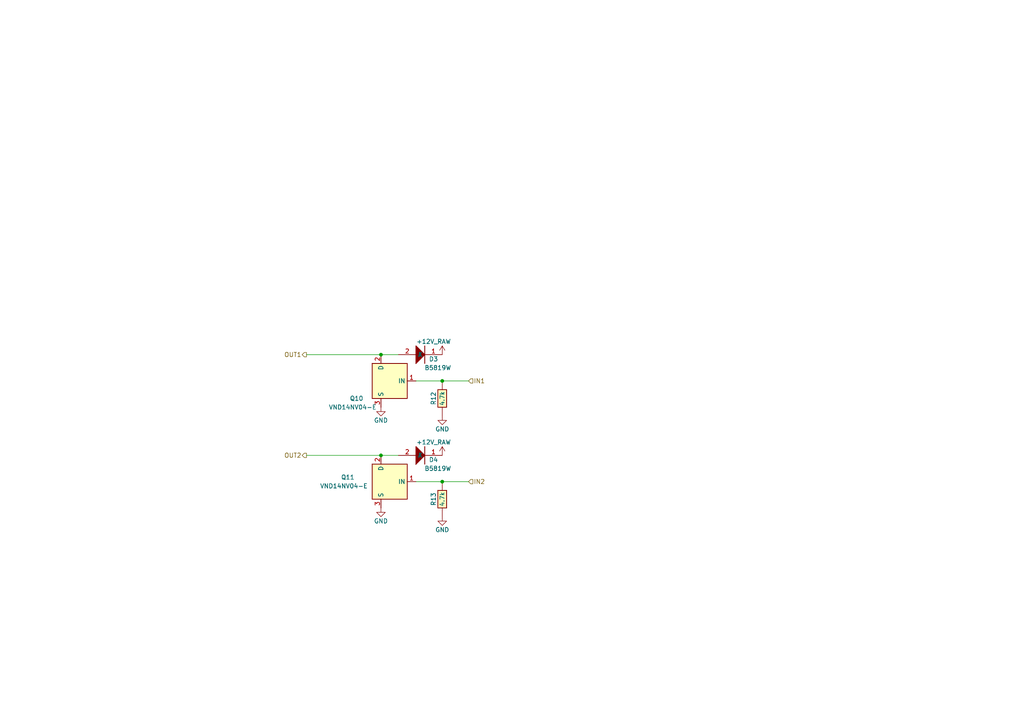
<source format=kicad_sch>
(kicad_sch
	(version 20231120)
	(generator "eeschema")
	(generator_version "8.0")
	(uuid "c440f0c6-6d8f-4b08-9e0a-b11109c002ae")
	(paper "A4")
	(lib_symbols
		(symbol "Power_Management:AUIPS2041L"
			(exclude_from_sim no)
			(in_bom yes)
			(on_board yes)
			(property "Reference" "U"
				(at 3.81 1.27 0)
				(effects
					(font
						(size 1.27 1.27)
					)
					(justify left)
				)
			)
			(property "Value" "AUIPS2041L"
				(at 3.81 -1.27 0)
				(effects
					(font
						(size 1.27 1.27)
					)
					(justify left)
				)
			)
			(property "Footprint" "Package_TO_SOT_SMD:SOT-223-3_TabPin2"
				(at 0 0 0)
				(effects
					(font
						(size 1.27 1.27)
						(italic yes)
					)
					(hide yes)
				)
			)
			(property "Datasheet" "https://www.infineon.com/dgdl/Infineon-AUIPS2041-DS-v01_00-EN.pdf?fileId=5546d4625a888733015aae147a9d4c57"
				(at 0 0 0)
				(effects
					(font
						(size 1.27 1.27)
					)
					(hide yes)
				)
			)
			(property "Description" "Intelligent Power Low Side Switch, 68V, 5A, SOT-223"
				(at 0 0 0)
				(effects
					(font
						(size 1.27 1.27)
					)
					(hide yes)
				)
			)
			(property "ki_keywords" "low side switch"
				(at 0 0 0)
				(effects
					(font
						(size 1.27 1.27)
					)
					(hide yes)
				)
			)
			(property "ki_fp_filters" "SOT?223*"
				(at 0 0 0)
				(effects
					(font
						(size 1.27 1.27)
					)
					(hide yes)
				)
			)
			(symbol "AUIPS2041L_0_1"
				(rectangle
					(start -7.62 5.08)
					(end 2.54 -5.08)
					(stroke
						(width 0.254)
						(type default)
					)
					(fill
						(type background)
					)
				)
			)
			(symbol "AUIPS2041L_1_1"
				(pin input line
					(at -10.16 0 0)
					(length 2.54)
					(name "IN"
						(effects
							(font
								(size 1.27 1.27)
							)
						)
					)
					(number "1"
						(effects
							(font
								(size 1.27 1.27)
							)
						)
					)
				)
				(pin passive line
					(at 0 7.62 270)
					(length 2.54)
					(name "D"
						(effects
							(font
								(size 1.27 1.27)
							)
						)
					)
					(number "2"
						(effects
							(font
								(size 1.27 1.27)
							)
						)
					)
				)
				(pin power_in line
					(at 0 -7.62 90)
					(length 2.54)
					(name "S"
						(effects
							(font
								(size 1.27 1.27)
							)
						)
					)
					(number "3"
						(effects
							(font
								(size 1.27 1.27)
							)
						)
					)
				)
			)
		)
		(symbol "hellen-one-common:+12V_RAW"
			(power)
			(pin_names
				(offset 0)
			)
			(exclude_from_sim no)
			(in_bom yes)
			(on_board yes)
			(property "Reference" "#PWR"
				(at 0 -3.81 0)
				(effects
					(font
						(size 1.27 1.27)
					)
					(hide yes)
				)
			)
			(property "Value" "+12V_RAW"
				(at 0 3.556 0)
				(effects
					(font
						(size 1.27 1.27)
					)
				)
			)
			(property "Footprint" ""
				(at 0 0 0)
				(effects
					(font
						(size 1.27 1.27)
					)
					(hide yes)
				)
			)
			(property "Datasheet" ""
				(at 0 0 0)
				(effects
					(font
						(size 1.27 1.27)
					)
					(hide yes)
				)
			)
			(property "Description" "Power symbol creates a global label with name \"+12V_RAW\""
				(at 0 0 0)
				(effects
					(font
						(size 1.27 1.27)
					)
					(hide yes)
				)
			)
			(property "ki_keywords" "power-flag"
				(at 0 0 0)
				(effects
					(font
						(size 1.27 1.27)
					)
					(hide yes)
				)
			)
			(symbol "+12V_RAW_0_1"
				(polyline
					(pts
						(xy -0.762 1.27) (xy 0 2.54)
					)
					(stroke
						(width 0)
						(type default)
					)
					(fill
						(type none)
					)
				)
				(polyline
					(pts
						(xy 0 0) (xy 0 2.54)
					)
					(stroke
						(width 0)
						(type default)
					)
					(fill
						(type none)
					)
				)
				(polyline
					(pts
						(xy 0 2.54) (xy 0.762 1.27)
					)
					(stroke
						(width 0)
						(type default)
					)
					(fill
						(type none)
					)
				)
			)
			(symbol "+12V_RAW_1_1"
				(pin power_in line
					(at 0 0 90)
					(length 0) hide
					(name "+12V_RAW"
						(effects
							(font
								(size 1.27 1.27)
							)
						)
					)
					(number "1"
						(effects
							(font
								(size 1.27 1.27)
							)
						)
					)
				)
			)
		)
		(symbol "hellen-one-common:1N4148WS"
			(exclude_from_sim no)
			(in_bom yes)
			(on_board yes)
			(property "Reference" "D"
				(at 0 2.54 0)
				(effects
					(font
						(size 1.27 1.27)
					)
				)
			)
			(property "Value" "1N4148WS"
				(at 0 -3.81 0)
				(effects
					(font
						(size 1.27 1.27)
					)
				)
			)
			(property "Footprint" "hellen-one-common:SOD-323"
				(at 2.54 -6.35 0)
				(effects
					(font
						(size 1.27 1.27)
					)
					(hide yes)
				)
			)
			(property "Datasheet" ""
				(at 0 2.54 0)
				(effects
					(font
						(size 1.27 1.27)
					)
					(hide yes)
				)
			)
			(property "Description" ""
				(at 0 0 0)
				(effects
					(font
						(size 1.27 1.27)
					)
					(hide yes)
				)
			)
			(property "LCSC" "C2128"
				(at 0 0 0)
				(effects
					(font
						(size 1.27 1.27)
					)
					(hide yes)
				)
			)
			(symbol "1N4148WS_1_0"
				(polyline
					(pts
						(xy 2.54 2.54) (xy 2.54 -2.54)
					)
					(stroke
						(width 0.254)
						(type default)
					)
					(fill
						(type none)
					)
				)
				(polyline
					(pts
						(xy 0 -2.54) (xy 2.54 0) (xy 0 2.54) (xy 0 -2.54)
					)
					(stroke
						(width 0.254)
						(type default)
					)
					(fill
						(type outline)
					)
				)
				(pin passive line
					(at 7.62 0 180)
					(length 5.08)
					(name "K"
						(effects
							(font
								(size 1.27 1.27)
							)
						)
					)
					(number "1"
						(effects
							(font
								(size 1.27 1.27)
							)
						)
					)
				)
				(pin passive line
					(at -5.08 0 0)
					(length 5.08)
					(name "A"
						(effects
							(font
								(size 1.27 1.27)
							)
						)
					)
					(number "2"
						(effects
							(font
								(size 1.27 1.27)
							)
						)
					)
				)
			)
		)
		(symbol "hellen-one-common:Res"
			(pin_numbers hide)
			(exclude_from_sim no)
			(in_bom yes)
			(on_board yes)
			(property "Reference" "R"
				(at 3.81 2.54 0)
				(effects
					(font
						(size 1.27 1.27)
					)
				)
			)
			(property "Value" "Res"
				(at 5.08 -2.54 0)
				(effects
					(font
						(size 1.27 1.27)
					)
				)
			)
			(property "Footprint" "hellen-one-common:R0603"
				(at 3.81 -3.81 0)
				(effects
					(font
						(size 1.27 1.27)
					)
					(hide yes)
				)
			)
			(property "Datasheet" ""
				(at 0 0 0)
				(effects
					(font
						(size 1.27 1.27)
					)
					(hide yes)
				)
			)
			(property "Description" "Resistor"
				(at 0 0 0)
				(effects
					(font
						(size 1.27 1.27)
					)
					(hide yes)
				)
			)
			(property "LCSC" ""
				(at 0 0 0)
				(effects
					(font
						(size 1.27 1.27)
					)
				)
			)
			(symbol "Res_1_0"
				(rectangle
					(start 2.54 -1.27)
					(end 7.62 1.27)
					(stroke
						(width 0.254)
						(type default)
					)
					(fill
						(type background)
					)
				)
				(pin passive line
					(at 0 0 0)
					(length 2.54)
					(name ""
						(effects
							(font
								(size 1.27 1.27)
							)
						)
					)
					(number "1"
						(effects
							(font
								(size 1.27 1.27)
							)
						)
					)
				)
				(pin passive line
					(at 10.16 0 180)
					(length 2.54)
					(name ""
						(effects
							(font
								(size 1.27 1.27)
							)
						)
					)
					(number "2"
						(effects
							(font
								(size 1.27 1.27)
							)
						)
					)
				)
			)
		)
		(symbol "power:GND"
			(power)
			(pin_names
				(offset 0)
			)
			(exclude_from_sim no)
			(in_bom yes)
			(on_board yes)
			(property "Reference" "#PWR"
				(at 0 -6.35 0)
				(effects
					(font
						(size 1.27 1.27)
					)
					(hide yes)
				)
			)
			(property "Value" "GND"
				(at 0 -3.81 0)
				(effects
					(font
						(size 1.27 1.27)
					)
				)
			)
			(property "Footprint" ""
				(at 0 0 0)
				(effects
					(font
						(size 1.27 1.27)
					)
					(hide yes)
				)
			)
			(property "Datasheet" ""
				(at 0 0 0)
				(effects
					(font
						(size 1.27 1.27)
					)
					(hide yes)
				)
			)
			(property "Description" "Power symbol creates a global label with name \"GND\" , ground"
				(at 0 0 0)
				(effects
					(font
						(size 1.27 1.27)
					)
					(hide yes)
				)
			)
			(property "ki_keywords" "global power"
				(at 0 0 0)
				(effects
					(font
						(size 1.27 1.27)
					)
					(hide yes)
				)
			)
			(symbol "GND_0_1"
				(polyline
					(pts
						(xy 0 0) (xy 0 -1.27) (xy 1.27 -1.27) (xy 0 -2.54) (xy -1.27 -1.27) (xy 0 -1.27)
					)
					(stroke
						(width 0)
						(type default)
					)
					(fill
						(type none)
					)
				)
			)
			(symbol "GND_1_1"
				(pin power_in line
					(at 0 0 270)
					(length 0) hide
					(name "GND"
						(effects
							(font
								(size 1.27 1.27)
							)
						)
					)
					(number "1"
						(effects
							(font
								(size 1.27 1.27)
							)
						)
					)
				)
			)
		)
	)
	(junction
		(at 128.27 110.49)
		(diameter 0)
		(color 0 0 0 0)
		(uuid "0002763f-c4db-4ec3-b47b-386f6b793ba0")
	)
	(junction
		(at 128.27 139.7)
		(diameter 0)
		(color 0 0 0 0)
		(uuid "1e79d08d-3f3b-45e0-8169-c148833593a2")
	)
	(junction
		(at 110.49 102.87)
		(diameter 0)
		(color 0 0 0 0)
		(uuid "349bc4f5-7627-4ffb-bd4d-ee4bcde4befb")
	)
	(junction
		(at 110.49 132.08)
		(diameter 0)
		(color 0 0 0 0)
		(uuid "ef43b90b-a718-42da-a773-58f72f81cfc0")
	)
	(wire
		(pts
			(xy 135.89 110.49) (xy 128.27 110.49)
		)
		(stroke
			(width 0)
			(type default)
		)
		(uuid "2defee46-407e-4ae3-958a-8bd3389d637b")
	)
	(wire
		(pts
			(xy 88.9 132.08) (xy 110.49 132.08)
		)
		(stroke
			(width 0)
			(type default)
		)
		(uuid "668cf0ca-bc1d-4327-8028-511b793a47fd")
	)
	(wire
		(pts
			(xy 128.27 110.49) (xy 120.65 110.49)
		)
		(stroke
			(width 0)
			(type default)
		)
		(uuid "7109bcf4-5339-4493-b7ec-9be1dbeb6a88")
	)
	(wire
		(pts
			(xy 88.9 102.87) (xy 110.49 102.87)
		)
		(stroke
			(width 0)
			(type default)
		)
		(uuid "88d8e480-025b-404b-98ea-d335dad383f4")
	)
	(wire
		(pts
			(xy 110.49 102.87) (xy 115.57 102.87)
		)
		(stroke
			(width 0)
			(type default)
		)
		(uuid "953f2c6d-1efd-4c0d-a06a-2ab54ef01d92")
	)
	(wire
		(pts
			(xy 135.89 139.7) (xy 128.27 139.7)
		)
		(stroke
			(width 0)
			(type default)
		)
		(uuid "a28dc82e-d520-43d7-a8d6-b4a2d9285fcf")
	)
	(wire
		(pts
			(xy 128.27 139.7) (xy 120.65 139.7)
		)
		(stroke
			(width 0)
			(type default)
		)
		(uuid "a3a38690-9e03-4308-a43b-694207e20022")
	)
	(wire
		(pts
			(xy 110.49 132.08) (xy 115.57 132.08)
		)
		(stroke
			(width 0)
			(type default)
		)
		(uuid "cfafeb0d-cda5-43d9-befd-29335a016a01")
	)
	(hierarchical_label "OUT2"
		(shape output)
		(at 88.9 132.08 180)
		(fields_autoplaced yes)
		(effects
			(font
				(size 1.27 1.27)
			)
			(justify right)
		)
		(uuid "4ec479d1-4a1b-4eb6-9ea7-95d3c79c4647")
	)
	(hierarchical_label "IN2"
		(shape input)
		(at 135.89 139.7 0)
		(fields_autoplaced yes)
		(effects
			(font
				(size 1.27 1.27)
			)
			(justify left)
		)
		(uuid "e6631f92-6624-4e27-a4b2-9e335c732e15")
	)
	(hierarchical_label "IN1"
		(shape input)
		(at 135.89 110.49 0)
		(fields_autoplaced yes)
		(effects
			(font
				(size 1.27 1.27)
			)
			(justify left)
		)
		(uuid "f9c4e14c-1ab8-48b8-845e-a9e8fa12bfda")
	)
	(hierarchical_label "OUT1"
		(shape output)
		(at 88.9 102.87 180)
		(fields_autoplaced yes)
		(effects
			(font
				(size 1.27 1.27)
			)
			(justify right)
		)
		(uuid "fad37919-11f2-4983-b39d-76fd6946efbf")
	)
	(symbol
		(lib_id "power:GND")
		(at 128.27 120.65 0)
		(mirror y)
		(unit 1)
		(exclude_from_sim no)
		(in_bom yes)
		(on_board yes)
		(dnp no)
		(uuid "234a52e2-a369-4885-a12c-00f2441c417d")
		(property "Reference" "#PWR029"
			(at 128.27 127 0)
			(effects
				(font
					(size 1.27 1.27)
				)
				(hide yes)
			)
		)
		(property "Value" "GND"
			(at 128.27 124.46 0)
			(effects
				(font
					(size 1.27 1.27)
				)
			)
		)
		(property "Footprint" ""
			(at 128.27 120.65 0)
			(effects
				(font
					(size 1.27 1.27)
				)
				(hide yes)
			)
		)
		(property "Datasheet" ""
			(at 128.27 120.65 0)
			(effects
				(font
					(size 1.27 1.27)
				)
				(hide yes)
			)
		)
		(property "Description" ""
			(at 128.27 120.65 0)
			(effects
				(font
					(size 1.27 1.27)
				)
				(hide yes)
			)
		)
		(pin "1"
			(uuid "99c851f6-570b-4d13-ad0d-a9ad2bcc19fb")
		)
		(instances
			(project "Z31HELLEN"
				(path "/b506e640-3a9c-47d7-91fd-18e11bf19b9e/1a706f6c-a87a-4341-a4f1-5b897e07e467"
					(reference "#PWR029")
					(unit 1)
				)
			)
		)
	)
	(symbol
		(lib_id "hellen-one-common:+12V_RAW")
		(at 128.27 132.08 0)
		(mirror y)
		(unit 1)
		(exclude_from_sim no)
		(in_bom yes)
		(on_board yes)
		(dnp no)
		(uuid "2e964729-1cc4-45d8-8990-04ad01b3fc69")
		(property "Reference" "#PWR035"
			(at 128.27 135.89 0)
			(effects
				(font
					(size 1.27 1.27)
				)
				(hide yes)
			)
		)
		(property "Value" "+12V_RAW"
			(at 130.81 128.27 0)
			(effects
				(font
					(size 1.27 1.27)
				)
				(justify left)
			)
		)
		(property "Footprint" ""
			(at 128.27 132.08 0)
			(effects
				(font
					(size 1.27 1.27)
				)
				(hide yes)
			)
		)
		(property "Datasheet" ""
			(at 128.27 132.08 0)
			(effects
				(font
					(size 1.27 1.27)
				)
				(hide yes)
			)
		)
		(property "Description" ""
			(at 128.27 132.08 0)
			(effects
				(font
					(size 1.27 1.27)
				)
				(hide yes)
			)
		)
		(pin "1"
			(uuid "0a8d35b8-0b1a-4b26-a3f8-69805a705fdd")
		)
		(instances
			(project "Z31HELLEN"
				(path "/b506e640-3a9c-47d7-91fd-18e11bf19b9e/1a706f6c-a87a-4341-a4f1-5b897e07e467"
					(reference "#PWR035")
					(unit 1)
				)
			)
		)
	)
	(symbol
		(lib_id "hellen-one-common:1N4148WS")
		(at 120.65 132.08 0)
		(unit 1)
		(exclude_from_sim no)
		(in_bom yes)
		(on_board yes)
		(dnp no)
		(uuid "66b88721-afad-4d58-ae28-3664bc3261a1")
		(property "Reference" "D4"
			(at 125.73 133.35 0)
			(effects
				(font
					(size 1.27 1.27)
				)
			)
		)
		(property "Value" "B5819W"
			(at 127 135.89 0)
			(effects
				(font
					(size 1.27 1.27)
				)
			)
		)
		(property "Footprint" "hellen-one-common:SOD-123"
			(at 123.19 138.43 0)
			(effects
				(font
					(size 1.27 1.27)
				)
				(hide yes)
			)
		)
		(property "Datasheet" ""
			(at 120.65 129.54 0)
			(effects
				(font
					(size 1.27 1.27)
				)
				(hide yes)
			)
		)
		(property "Description" ""
			(at 120.65 132.08 0)
			(effects
				(font
					(size 1.27 1.27)
				)
				(hide yes)
			)
		)
		(property "LCSC" "C8598"
			(at 120.65 132.08 0)
			(effects
				(font
					(size 1.27 1.27)
				)
				(hide yes)
			)
		)
		(pin "1"
			(uuid "8b985096-869c-40d3-9663-588539cb8967")
		)
		(pin "2"
			(uuid "34184952-6c87-42e9-b171-9ee20394ac91")
		)
		(instances
			(project "Z31HELLEN"
				(path "/b506e640-3a9c-47d7-91fd-18e11bf19b9e/1a706f6c-a87a-4341-a4f1-5b897e07e467"
					(reference "D4")
					(unit 1)
				)
			)
		)
	)
	(symbol
		(lib_id "power:GND")
		(at 110.49 147.32 0)
		(mirror y)
		(unit 1)
		(exclude_from_sim no)
		(in_bom yes)
		(on_board yes)
		(dnp no)
		(uuid "70a20a19-315d-433c-b3e4-3b830868b85e")
		(property "Reference" "#PWR027"
			(at 110.49 153.67 0)
			(effects
				(font
					(size 1.27 1.27)
				)
				(hide yes)
			)
		)
		(property "Value" "GND"
			(at 110.49 151.13 0)
			(effects
				(font
					(size 1.27 1.27)
				)
			)
		)
		(property "Footprint" ""
			(at 110.49 147.32 0)
			(effects
				(font
					(size 1.27 1.27)
				)
				(hide yes)
			)
		)
		(property "Datasheet" ""
			(at 110.49 147.32 0)
			(effects
				(font
					(size 1.27 1.27)
				)
				(hide yes)
			)
		)
		(property "Description" ""
			(at 110.49 147.32 0)
			(effects
				(font
					(size 1.27 1.27)
				)
				(hide yes)
			)
		)
		(pin "1"
			(uuid "38eed03a-11fa-41e2-a160-e882072bfb9d")
		)
		(instances
			(project "Z31HELLEN"
				(path "/b506e640-3a9c-47d7-91fd-18e11bf19b9e/1a706f6c-a87a-4341-a4f1-5b897e07e467"
					(reference "#PWR027")
					(unit 1)
				)
			)
		)
	)
	(symbol
		(lib_id "Power_Management:AUIPS2041L")
		(at 110.49 110.49 0)
		(mirror y)
		(unit 1)
		(exclude_from_sim no)
		(in_bom yes)
		(on_board yes)
		(dnp no)
		(uuid "7513ac01-8c93-4a89-9f87-d49e3d100a2c")
		(property "Reference" "Q10"
			(at 105.41 115.57 0)
			(effects
				(font
					(size 1.27 1.27)
				)
				(justify left)
			)
		)
		(property "Value" "VND14NV04-E"
			(at 109.22 118.11 0)
			(effects
				(font
					(size 1.27 1.27)
				)
				(justify left)
			)
		)
		(property "Footprint" "hellen-one-common:DPAK"
			(at 110.49 110.49 0)
			(effects
				(font
					(size 1.27 1.27)
					(italic yes)
				)
				(hide yes)
			)
		)
		(property "Datasheet" "https://www.infineon.com/dgdl/Infineon-AUIPS2041-DS-v01_00-EN.pdf?fileId=5546d4625a888733015aae147a9d4c57"
			(at 110.49 110.49 0)
			(effects
				(font
					(size 1.27 1.27)
				)
				(hide yes)
			)
		)
		(property "Description" ""
			(at 110.49 110.49 0)
			(effects
				(font
					(size 1.27 1.27)
				)
				(hide yes)
			)
		)
		(property "LCSC" "C155647"
			(at 110.49 110.49 0)
			(effects
				(font
					(size 1.27 1.27)
				)
				(hide yes)
			)
		)
		(pin "1"
			(uuid "e9ff1890-777d-4ea4-8ad6-d281ccb22ea2")
		)
		(pin "2"
			(uuid "528da545-8789-43e5-987b-5ad242dd4f32")
		)
		(pin "3"
			(uuid "a74a7e3a-63ab-4afe-89be-a439399afc95")
		)
		(instances
			(project "Z31HELLEN"
				(path "/b506e640-3a9c-47d7-91fd-18e11bf19b9e/1a706f6c-a87a-4341-a4f1-5b897e07e467"
					(reference "Q10")
					(unit 1)
				)
			)
		)
	)
	(symbol
		(lib_id "hellen-one-common:Res")
		(at 128.27 110.49 270)
		(unit 1)
		(exclude_from_sim no)
		(in_bom yes)
		(on_board yes)
		(dnp no)
		(uuid "a3cbdb29-95f2-4ac3-b9b0-600852987f01")
		(property "Reference" "R12"
			(at 125.73 115.57 0)
			(effects
				(font
					(size 1.27 1.27)
				)
			)
		)
		(property "Value" "4.7k"
			(at 128.27 115.57 0)
			(effects
				(font
					(size 1.27 1.27)
				)
			)
		)
		(property "Footprint" "hellen-one-common:R0603"
			(at 124.46 114.3 0)
			(effects
				(font
					(size 1.27 1.27)
				)
				(hide yes)
			)
		)
		(property "Datasheet" ""
			(at 128.27 110.49 0)
			(effects
				(font
					(size 1.27 1.27)
				)
				(hide yes)
			)
		)
		(property "Description" ""
			(at 128.27 110.49 0)
			(effects
				(font
					(size 1.27 1.27)
				)
				(hide yes)
			)
		)
		(property "LCSC" "C23162"
			(at 128.27 110.49 0)
			(effects
				(font
					(size 1.27 1.27)
				)
				(hide yes)
			)
		)
		(pin "1"
			(uuid "4d7c08a5-9c85-4bf8-8e51-1d067efbaafe")
		)
		(pin "2"
			(uuid "61a6ea7a-8aff-422e-8f6f-b99004c405fa")
		)
		(instances
			(project "Z31HELLEN"
				(path "/b506e640-3a9c-47d7-91fd-18e11bf19b9e/1a706f6c-a87a-4341-a4f1-5b897e07e467"
					(reference "R12")
					(unit 1)
				)
			)
		)
	)
	(symbol
		(lib_id "Power_Management:AUIPS2041L")
		(at 110.49 139.7 0)
		(mirror y)
		(unit 1)
		(exclude_from_sim no)
		(in_bom yes)
		(on_board yes)
		(dnp no)
		(uuid "b79576e3-d78f-44cf-9300-30ef056ba30e")
		(property "Reference" "Q11"
			(at 102.87 138.43 0)
			(effects
				(font
					(size 1.27 1.27)
				)
				(justify left)
			)
		)
		(property "Value" "VND14NV04-E"
			(at 106.68 140.97 0)
			(effects
				(font
					(size 1.27 1.27)
				)
				(justify left)
			)
		)
		(property "Footprint" "hellen-one-common:DPAK"
			(at 110.49 139.7 0)
			(effects
				(font
					(size 1.27 1.27)
					(italic yes)
				)
				(hide yes)
			)
		)
		(property "Datasheet" "https://www.infineon.com/dgdl/Infineon-AUIPS2041-DS-v01_00-EN.pdf?fileId=5546d4625a888733015aae147a9d4c57"
			(at 110.49 139.7 0)
			(effects
				(font
					(size 1.27 1.27)
				)
				(hide yes)
			)
		)
		(property "Description" ""
			(at 110.49 139.7 0)
			(effects
				(font
					(size 1.27 1.27)
				)
				(hide yes)
			)
		)
		(property "LCSC" " C155647"
			(at 110.49 139.7 0)
			(effects
				(font
					(size 1.27 1.27)
				)
				(hide yes)
			)
		)
		(pin "1"
			(uuid "53694cd5-8c0c-4f99-b857-f56e3699c594")
		)
		(pin "2"
			(uuid "a144a185-ab92-4aae-a729-b4a7f199c84a")
		)
		(pin "3"
			(uuid "06000268-adb2-4ff1-800e-398614f73e23")
		)
		(instances
			(project "Z31HELLEN"
				(path "/b506e640-3a9c-47d7-91fd-18e11bf19b9e/1a706f6c-a87a-4341-a4f1-5b897e07e467"
					(reference "Q11")
					(unit 1)
				)
			)
		)
	)
	(symbol
		(lib_id "power:GND")
		(at 128.27 149.86 0)
		(mirror y)
		(unit 1)
		(exclude_from_sim no)
		(in_bom yes)
		(on_board yes)
		(dnp no)
		(uuid "bb81703a-dfcc-41e1-9972-ae5e6e86737b")
		(property "Reference" "#PWR036"
			(at 128.27 156.21 0)
			(effects
				(font
					(size 1.27 1.27)
				)
				(hide yes)
			)
		)
		(property "Value" "GND"
			(at 128.27 153.67 0)
			(effects
				(font
					(size 1.27 1.27)
				)
			)
		)
		(property "Footprint" ""
			(at 128.27 149.86 0)
			(effects
				(font
					(size 1.27 1.27)
				)
				(hide yes)
			)
		)
		(property "Datasheet" ""
			(at 128.27 149.86 0)
			(effects
				(font
					(size 1.27 1.27)
				)
				(hide yes)
			)
		)
		(property "Description" ""
			(at 128.27 149.86 0)
			(effects
				(font
					(size 1.27 1.27)
				)
				(hide yes)
			)
		)
		(pin "1"
			(uuid "ab56a5ab-8db6-4585-a350-a5d3878484a9")
		)
		(instances
			(project "Z31HELLEN"
				(path "/b506e640-3a9c-47d7-91fd-18e11bf19b9e/1a706f6c-a87a-4341-a4f1-5b897e07e467"
					(reference "#PWR036")
					(unit 1)
				)
			)
		)
	)
	(symbol
		(lib_id "hellen-one-common:1N4148WS")
		(at 120.65 102.87 0)
		(unit 1)
		(exclude_from_sim no)
		(in_bom yes)
		(on_board yes)
		(dnp no)
		(uuid "bc864c03-8851-4359-b976-93e416e34a3f")
		(property "Reference" "D3"
			(at 125.73 104.14 0)
			(effects
				(font
					(size 1.27 1.27)
				)
			)
		)
		(property "Value" "B5819W"
			(at 127 106.68 0)
			(effects
				(font
					(size 1.27 1.27)
				)
			)
		)
		(property "Footprint" "hellen-one-common:SOD-123"
			(at 123.19 109.22 0)
			(effects
				(font
					(size 1.27 1.27)
				)
				(hide yes)
			)
		)
		(property "Datasheet" ""
			(at 120.65 100.33 0)
			(effects
				(font
					(size 1.27 1.27)
				)
				(hide yes)
			)
		)
		(property "Description" ""
			(at 120.65 102.87 0)
			(effects
				(font
					(size 1.27 1.27)
				)
				(hide yes)
			)
		)
		(property "LCSC" "C8598"
			(at 120.65 102.87 0)
			(effects
				(font
					(size 1.27 1.27)
				)
				(hide yes)
			)
		)
		(pin "1"
			(uuid "216a244b-5bb1-4b4a-96bc-f3fc21d55df2")
		)
		(pin "2"
			(uuid "1b36a49f-1cdb-41df-a377-ffc89f43df6d")
		)
		(instances
			(project "Z31HELLEN"
				(path "/b506e640-3a9c-47d7-91fd-18e11bf19b9e/1a706f6c-a87a-4341-a4f1-5b897e07e467"
					(reference "D3")
					(unit 1)
				)
			)
		)
	)
	(symbol
		(lib_id "hellen-one-common:Res")
		(at 128.27 139.7 270)
		(unit 1)
		(exclude_from_sim no)
		(in_bom yes)
		(on_board yes)
		(dnp no)
		(uuid "c1ee3ddf-4992-402f-a0e6-c5cfe695af86")
		(property "Reference" "R13"
			(at 125.73 144.78 0)
			(effects
				(font
					(size 1.27 1.27)
				)
			)
		)
		(property "Value" "4.7k"
			(at 128.27 144.78 0)
			(effects
				(font
					(size 1.27 1.27)
				)
			)
		)
		(property "Footprint" "hellen-one-common:R0603"
			(at 124.46 143.51 0)
			(effects
				(font
					(size 1.27 1.27)
				)
				(hide yes)
			)
		)
		(property "Datasheet" ""
			(at 128.27 139.7 0)
			(effects
				(font
					(size 1.27 1.27)
				)
				(hide yes)
			)
		)
		(property "Description" ""
			(at 128.27 139.7 0)
			(effects
				(font
					(size 1.27 1.27)
				)
				(hide yes)
			)
		)
		(property "LCSC" "C23162"
			(at 128.27 139.7 0)
			(effects
				(font
					(size 1.27 1.27)
				)
				(hide yes)
			)
		)
		(pin "1"
			(uuid "d00586a2-e5f6-44f6-b549-297cdd1c2699")
		)
		(pin "2"
			(uuid "c5b09f4b-4037-4a26-b6bd-e0377b5e545d")
		)
		(instances
			(project "Z31HELLEN"
				(path "/b506e640-3a9c-47d7-91fd-18e11bf19b9e/1a706f6c-a87a-4341-a4f1-5b897e07e467"
					(reference "R13")
					(unit 1)
				)
			)
		)
	)
	(symbol
		(lib_id "power:GND")
		(at 110.49 118.11 0)
		(mirror y)
		(unit 1)
		(exclude_from_sim no)
		(in_bom yes)
		(on_board yes)
		(dnp no)
		(uuid "d649423b-c961-4749-9ffe-75b3a9ce0a37")
		(property "Reference" "#PWR05"
			(at 110.49 124.46 0)
			(effects
				(font
					(size 1.27 1.27)
				)
				(hide yes)
			)
		)
		(property "Value" "GND"
			(at 110.49 121.92 0)
			(effects
				(font
					(size 1.27 1.27)
				)
			)
		)
		(property "Footprint" ""
			(at 110.49 118.11 0)
			(effects
				(font
					(size 1.27 1.27)
				)
				(hide yes)
			)
		)
		(property "Datasheet" ""
			(at 110.49 118.11 0)
			(effects
				(font
					(size 1.27 1.27)
				)
				(hide yes)
			)
		)
		(property "Description" ""
			(at 110.49 118.11 0)
			(effects
				(font
					(size 1.27 1.27)
				)
				(hide yes)
			)
		)
		(pin "1"
			(uuid "5464ef1c-55a8-43d4-8495-7ee324c4c5a3")
		)
		(instances
			(project "Z31HELLEN"
				(path "/b506e640-3a9c-47d7-91fd-18e11bf19b9e/1a706f6c-a87a-4341-a4f1-5b897e07e467"
					(reference "#PWR05")
					(unit 1)
				)
			)
		)
	)
	(symbol
		(lib_id "hellen-one-common:+12V_RAW")
		(at 128.27 102.87 0)
		(mirror y)
		(unit 1)
		(exclude_from_sim no)
		(in_bom yes)
		(on_board yes)
		(dnp no)
		(uuid "f1611596-bf97-471a-b3f5-39fa330dee55")
		(property "Reference" "#PWR028"
			(at 128.27 106.68 0)
			(effects
				(font
					(size 1.27 1.27)
				)
				(hide yes)
			)
		)
		(property "Value" "+12V_RAW"
			(at 130.81 99.06 0)
			(effects
				(font
					(size 1.27 1.27)
				)
				(justify left)
			)
		)
		(property "Footprint" ""
			(at 128.27 102.87 0)
			(effects
				(font
					(size 1.27 1.27)
				)
				(hide yes)
			)
		)
		(property "Datasheet" ""
			(at 128.27 102.87 0)
			(effects
				(font
					(size 1.27 1.27)
				)
				(hide yes)
			)
		)
		(property "Description" ""
			(at 128.27 102.87 0)
			(effects
				(font
					(size 1.27 1.27)
				)
				(hide yes)
			)
		)
		(pin "1"
			(uuid "fb05057a-7e84-4b3c-a2b5-217460f50283")
		)
		(instances
			(project "Z31HELLEN"
				(path "/b506e640-3a9c-47d7-91fd-18e11bf19b9e/1a706f6c-a87a-4341-a4f1-5b897e07e467"
					(reference "#PWR028")
					(unit 1)
				)
			)
		)
	)
)

</source>
